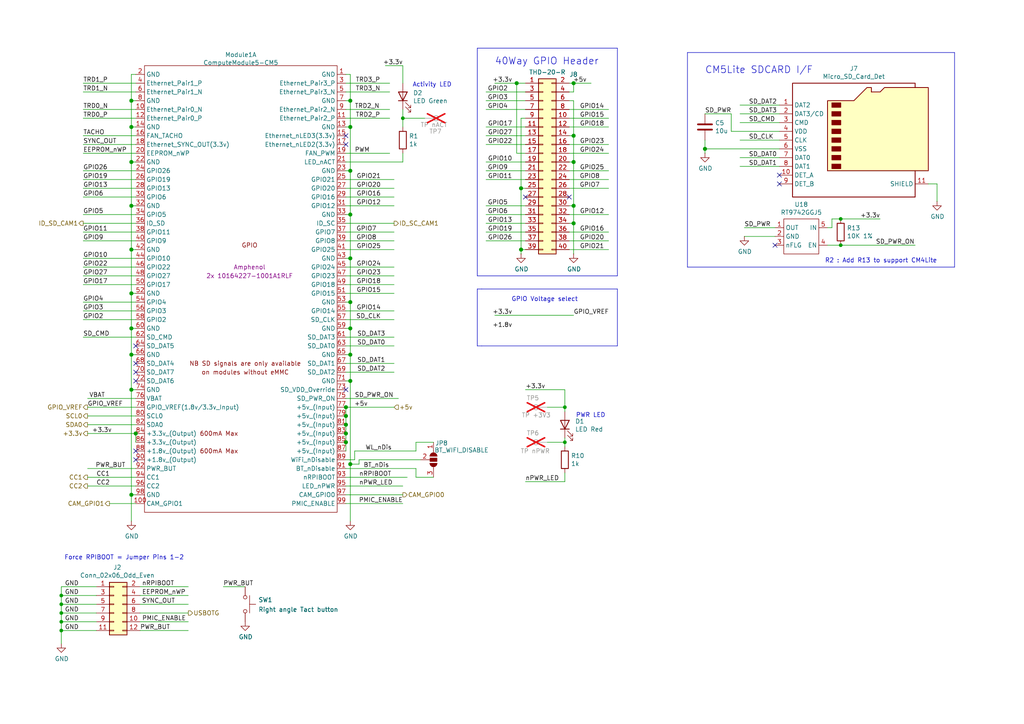
<source format=kicad_sch>
(kicad_sch (version 20250114) (generator "eeschema") (generator_version "9.0")
  (paper "A4")
  (title_block (title "Compute Module 5 IO Board - GPIO - Ethernet") (rev "1") (company "Copyright © 2024 Raspberry Pi Ltd.") (comment 1 "www.raspberrypi.com"))
  (text "40Way GPIO Header" (at 143.51 19.05 0) (effects (font (size 2.007 2.007)) (justify left bottom)))
  (text "Activity LED" (at 119.634 25.4 0) (effects (font (size 1.27 1.27)) (justify left bottom)))
  (text "R2 : Add R13 to support CM4Lite" (at 255.524 75.692 0) (effects (font (size 1.27 1.27))))
  (text "GPIO Voltage select\n" (at 167.64 87.63 0) (effects (font (size 1.27 1.27)) (justify right bottom)))
  (text "Force RPIBOOT = Jumper Pins 1-2 \n" (at 54.356 162.56 0) (effects (font (size 1.27 1.27)) (justify right bottom)))
  (text "PWR LED" (at 167.005 121.285 0) (effects (font (size 1.27 1.27)) (justify left bottom)))
  (text "CM5Lite SDCARD I/F" (at 204.47 21.59 0) (effects (font (size 2.007 2.007)) (justify left bottom)))
  (junction (at 101.6 36.83) (diameter 1.016))
  (junction (at 101.6 29.21) (diameter 1.016))
  (junction (at 101.6 102.87) (diameter 1.016))
  (junction (at 38.1 113.03) (diameter 1.016))
  (junction (at 38.1 46.99) (diameter 1.016))
  (junction (at 100.33 125.73) (diameter 1.016))
  (junction (at 151.13 54.61) (diameter 1.016))
  (junction (at 166.37 39.37) (diameter 1.016))
  (junction (at 17.78 175.26))
  (junction (at 38.1 72.39) (diameter 1.016))
  (junction (at 100.33 123.19) (diameter 1.016))
  (junction (at 38.1 143.51) (diameter 1.016))
  (junction (at 166.37 59.69) (diameter 1.016))
  (junction (at 38.1 59.69) (diameter 1.016))
  (junction (at 101.6 62.23) (diameter 1.016))
  (junction (at 38.1 95.25) (diameter 1.016))
  (junction (at 100.33 118.11) (diameter 1.016))
  (junction (at 101.6 95.25) (diameter 1.016))
  (junction (at 166.37 64.77) (diameter 1.016))
  (junction (at 204.47 43.18) (diameter 1.016))
  (junction (at 166.37 24.13) (diameter 1.016))
  (junction (at 243.84 71.12))
  (junction (at 101.6 87.63) (diameter 1.016))
  (junction (at 166.37 46.99) (diameter 1.016))
  (junction (at 38.1 85.09) (diameter 1.016))
  (junction (at 100.33 120.65) (diameter 1.016))
  (junction (at 163.83 128.27))
  (junction (at 38.1 36.83) (diameter 1.016))
  (junction (at 39.37 125.73) (diameter 1.016))
  (junction (at 17.78 172.72))
  (junction (at 38.1 102.87) (diameter 1.016))
  (junction (at 38.1 29.21) (diameter 1.016))
  (junction (at 17.78 177.8))
  (junction (at 100.33 128.27) (diameter 1.016))
  (junction (at 116.84 34.29))
  (junction (at 163.83 118.11))
  (junction (at 243.84 63.5))
  (junction (at 151.13 72.39) (diameter 1.016))
  (junction (at 101.6 110.49) (diameter 1.016))
  (junction (at 101.6 134.62) (diameter 1.016))
  (junction (at 101.6 49.53) (diameter 1.016))
  (junction (at 17.78 182.88))
  (junction (at 17.78 180.34))
  (junction (at 101.6 74.93) (diameter 1.016))
  (junction (at 149.86 24.13) (diameter 1.016))
  (no_connect (at 39.37 107.95))
  (no_connect (at 100.33 113.03))
  (no_connect (at 39.37 100.33))
  (no_connect (at 224.79 71.12))
  (no_connect (at 39.37 130.81))
  (no_connect (at 39.37 105.41))
  (no_connect (at 226.06 53.34))
  (no_connect (at 165.1 57.15))
  (no_connect (at 226.06 50.8))
  (no_connect (at 39.37 110.49))
  (no_connect (at 100.33 41.91))
  (no_connect (at 100.33 39.37))
  (no_connect (at 152.4 57.15))
  (no_connect (at 39.37 133.35))
  (wire (pts (xy 269.24 53.34) (xy 271.78 53.34)))
  (wire (pts (xy 101.6 110.49) (xy 101.6 134.62)))
  (polyline (pts (xy 138.43 13.97) (xy 138.43 80.01)) (stroke (width 0) (type solid)))
  (wire (pts (xy 40.64 175.26) (xy 54.61 175.26)))
  (polyline (pts (xy 138.43 80.01) (xy 179.07 80.01)) (stroke (width 0) (type solid)))
  (wire (pts (xy 100.33 135.89) (xy 120.65 135.89)))
  (wire (pts (xy 120.65 138.43) (xy 125.73 138.43)))
  (wire (pts (xy 100.33 102.87) (xy 101.6 102.87)))
  (wire (pts (xy 24.13 90.17) (xy 39.37 90.17)))
  (wire (pts (xy 165.1 52.07) (xy 176.53 52.07)))
  (wire (pts (xy 24.13 44.45) (xy 39.37 44.45)))
  (wire (pts (xy 100.33 95.25) (xy 101.6 95.25)))
  (wire (pts (xy 165.1 34.29) (xy 176.53 34.29)))
  (wire (pts (xy 101.6 102.87) (xy 101.6 110.49)))
  (wire (pts (xy 100.33 100.33) (xy 114.3 100.33)))
  (wire (pts (xy 39.37 128.27) (xy 39.37 125.73)))
  (wire (pts (xy 17.78 172.72) (xy 27.94 172.72)))
  (wire (pts (xy 100.33 118.11) (xy 114.3 118.11)))
  (wire (pts (xy 101.6 36.83) (xy 101.6 49.53)))
  (wire (pts (xy 40.64 172.72) (xy 54.61 172.72)))
  (polyline (pts (xy 179.07 83.82) (xy 179.07 100.33)) (stroke (width 0) (type solid)))
  (wire (pts (xy 24.13 92.71) (xy 39.37 92.71)))
  (wire (pts (xy 158.75 118.11) (xy 163.83 118.11)))
  (wire (pts (xy 116.84 36.83) (xy 116.84 34.29)))
  (wire (pts (xy 24.13 31.75) (xy 39.37 31.75)))
  (wire (pts (xy 24.13 77.47) (xy 39.37 77.47)))
  (wire (pts (xy 100.33 29.21) (xy 101.6 29.21)))
  (wire (pts (xy 214.63 35.56) (xy 226.06 35.56)))
  (wire (pts (xy 17.78 170.18) (xy 27.94 170.18)))
  (wire (pts (xy 241.3 66.04) (xy 240.03 66.04)))
  (wire (pts (xy 100.33 90.17) (xy 114.3 90.17)))
  (wire (pts (xy 24.13 82.55) (xy 39.37 82.55)))
  (wire (pts (xy 166.37 64.77) (xy 166.37 59.69)))
  (wire (pts (xy 163.83 118.11) (xy 163.83 119.38)))
  (wire (pts (xy 120.65 130.81) (xy 120.65 128.27)))
  (wire (pts (xy 24.13 80.01) (xy 39.37 80.01)))
  (wire (pts (xy 100.33 34.29) (xy 113.03 34.29)))
  (wire (pts (xy 39.37 36.83) (xy 38.1 36.83)))
  (wire (pts (xy 100.33 44.45) (xy 113.03 44.45)))
  (wire (pts (xy 100.33 31.75) (xy 113.03 31.75)))
  (wire (pts (xy 102.87 133.35) (xy 102.87 130.81)))
  (wire (pts (xy 24.13 67.31) (xy 39.37 67.31)))
  (wire (pts (xy 104.14 133.35) (xy 121.92 133.35)))
  (wire (pts (xy 100.33 87.63) (xy 101.6 87.63)))
  (wire (pts (xy 166.37 39.37) (xy 166.37 46.99)))
  (wire (pts (xy 24.13 39.37) (xy 39.37 39.37)))
  (wire (pts (xy 39.37 21.59) (xy 38.1 21.59)))
  (wire (pts (xy 101.6 21.59) (xy 101.6 29.21)))
  (wire (pts (xy 101.6 29.21) (xy 101.6 36.83)))
  (wire (pts (xy 38.1 143.51) (xy 38.1 151.13)))
  (wire (pts (xy 165.1 67.31) (xy 176.53 67.31)))
  (wire (pts (xy 100.33 57.15) (xy 114.3 57.15)))
  (wire (pts (xy 158.75 128.27) (xy 163.83 128.27)))
  (wire (pts (xy 100.33 143.51) (xy 116.84 143.51)))
  (wire (pts (xy 166.37 46.99) (xy 165.1 46.99)))
  (wire (pts (xy 100.33 107.95) (xy 114.3 107.95)))
  (wire (pts (xy 100.33 80.01) (xy 114.3 80.01)))
  (wire (pts (xy 151.13 72.39) (xy 151.13 73.66)))
  (wire (pts (xy 25.4 138.43) (xy 39.37 138.43)))
  (wire (pts (xy 101.6 95.25) (xy 101.6 102.87)))
  (wire (pts (xy 38.1 72.39) (xy 38.1 85.09)))
  (wire (pts (xy 204.47 43.18) (xy 226.06 43.18)))
  (wire (pts (xy 101.6 49.53) (xy 101.6 62.23)))
  (wire (pts (xy 24.13 74.93) (xy 39.37 74.93)))
  (wire (pts (xy 100.33 140.97) (xy 116.84 140.97)))
  (wire (pts (xy 165.1 36.83) (xy 176.53 36.83)))
  (wire (pts (xy 149.86 44.45) (xy 152.4 44.45)))
  (wire (pts (xy 39.37 29.21) (xy 38.1 29.21)))
  (wire (pts (xy 17.78 180.34) (xy 27.94 180.34)))
  (polyline (pts (xy 179.07 13.97) (xy 138.43 13.97)) (stroke (width 0) (type solid)))
  (wire (pts (xy 25.4 140.97) (xy 39.37 140.97)))
  (wire (pts (xy 25.4 135.89) (xy 39.37 135.89)))
  (wire (pts (xy 100.33 128.27) (xy 100.33 130.81)))
  (wire (pts (xy 40.64 170.18) (xy 54.61 170.18)))
  (wire (pts (xy 224.79 68.58) (xy 215.9 68.58)))
  (wire (pts (xy 140.97 49.53) (xy 152.4 49.53)))
  (wire (pts (xy 17.78 177.8) (xy 17.78 180.34)))
  (wire (pts (xy 100.33 115.57) (xy 115.57 115.57)))
  (wire (pts (xy 114.3 97.79) (xy 100.33 97.79)))
  (wire (pts (xy 24.13 26.67) (xy 39.37 26.67)))
  (wire (pts (xy 166.37 24.13) (xy 171.45 24.13)))
  (wire (pts (xy 24.13 49.53) (xy 39.37 49.53)))
  (wire (pts (xy 224.79 66.04) (xy 215.9 66.04)))
  (wire (pts (xy 140.97 59.69) (xy 152.4 59.69)))
  (wire (pts (xy 100.33 120.65) (xy 100.33 123.19)))
  (wire (pts (xy 163.83 113.03) (xy 163.83 118.11)))
  (wire (pts (xy 100.33 74.93) (xy 101.6 74.93)))
  (wire (pts (xy 140.97 67.31) (xy 152.4 67.31)))
  (wire (pts (xy 204.47 40.64) (xy 204.47 43.18)))
  (wire (pts (xy 165.1 41.91) (xy 176.53 41.91)))
  (polyline (pts (xy 139.7 83.82) (xy 179.07 83.82)) (stroke (width 0) (type solid)))
  (polyline (pts (xy 276.86 77.47) (xy 199.39 77.47)) (stroke (width 0) (type solid)))
  (wire (pts (xy 140.97 46.99) (xy 152.4 46.99)))
  (wire (pts (xy 100.33 138.43) (xy 118.11 138.43)))
  (wire (pts (xy 38.1 95.25) (xy 39.37 95.25)))
  (wire (pts (xy 212.09 38.1) (xy 212.09 33.02)))
  (wire (pts (xy 38.1 102.87) (xy 38.1 113.03)))
  (wire (pts (xy 38.1 85.09) (xy 38.1 95.25)))
  (wire (pts (xy 31.75 146.05) (xy 39.37 146.05)))
  (wire (pts (xy 116.84 19.05) (xy 116.84 24.13)))
  (wire (pts (xy 152.4 34.29) (xy 151.13 34.29)))
  (wire (pts (xy 17.78 175.26) (xy 27.94 175.26)))
  (wire (pts (xy 116.84 34.29) (xy 116.84 31.75)))
  (wire (pts (xy 241.3 63.5) (xy 241.3 66.04)))
  (wire (pts (xy 140.97 62.23) (xy 152.4 62.23)))
  (wire (pts (xy 165.1 72.39) (xy 176.53 72.39)))
  (wire (pts (xy 165.1 24.13) (xy 166.37 24.13)))
  (wire (pts (xy 104.14 134.62) (xy 104.14 133.35)))
  (wire (pts (xy 101.6 134.62) (xy 101.6 151.13)))
  (wire (pts (xy 271.78 53.34) (xy 271.78 58.42)))
  (wire (pts (xy 38.1 59.69) (xy 38.1 72.39)))
  (wire (pts (xy 17.78 177.8) (xy 27.94 177.8)))
  (wire (pts (xy 38.1 113.03) (xy 39.37 113.03)))
  (wire (pts (xy 38.1 72.39) (xy 39.37 72.39)))
  (wire (pts (xy 24.13 54.61) (xy 39.37 54.61)))
  (wire (pts (xy 100.33 52.07) (xy 114.3 52.07)))
  (wire (pts (xy 24.13 97.79) (xy 39.37 97.79)))
  (wire (pts (xy 24.13 24.13) (xy 39.37 24.13)))
  (polyline (pts (xy 276.86 15.24) (xy 276.86 77.47)) (stroke (width 0) (type solid)))
  (wire (pts (xy 100.33 62.23) (xy 101.6 62.23)))
  (wire (pts (xy 143.51 24.13) (xy 149.86 24.13)))
  (wire (pts (xy 100.33 24.13) (xy 113.03 24.13)))
  (wire (pts (xy 243.84 63.5) (xy 255.27 63.5)))
  (wire (pts (xy 100.33 36.83) (xy 101.6 36.83)))
  (wire (pts (xy 38.1 95.25) (xy 38.1 102.87)))
  (wire (pts (xy 163.83 137.16) (xy 163.83 139.7)))
  (wire (pts (xy 39.37 143.51) (xy 38.1 143.51)))
  (wire (pts (xy 24.13 57.15) (xy 39.37 57.15)))
  (wire (pts (xy 166.37 64.77) (xy 166.37 73.66)))
  (wire (pts (xy 214.63 45.72) (xy 226.06 45.72)))
  (wire (pts (xy 25.4 123.19) (xy 39.37 123.19)))
  (wire (pts (xy 38.1 113.03) (xy 38.1 143.51)))
  (wire (pts (xy 163.83 127) (xy 163.83 128.27)))
  (wire (pts (xy 102.87 130.81) (xy 120.65 130.81)))
  (wire (pts (xy 100.33 146.05) (xy 116.84 146.05)))
  (wire (pts (xy 214.63 30.48) (xy 226.06 30.48)))
  (wire (pts (xy 100.33 64.77) (xy 114.3 64.77)))
  (wire (pts (xy 140.97 36.83) (xy 152.4 36.83)))
  (wire (pts (xy 241.3 63.5) (xy 243.84 63.5)))
  (wire (pts (xy 101.6 87.63) (xy 101.6 95.25)))
  (wire (pts (xy 100.33 54.61) (xy 114.3 54.61)))
  (wire (pts (xy 116.84 46.99) (xy 116.84 44.45)))
  (wire (pts (xy 100.33 133.35) (xy 102.87 133.35)))
  (wire (pts (xy 100.33 69.85) (xy 114.3 69.85)))
  (wire (pts (xy 114.3 105.41) (xy 100.33 105.41)))
  (wire (pts (xy 25.4 118.11) (xy 39.37 118.11)))
  (wire (pts (xy 140.97 29.21) (xy 152.4 29.21)))
  (wire (pts (xy 17.78 180.34) (xy 17.78 182.88)))
  (wire (pts (xy 100.33 85.09) (xy 114.3 85.09)))
  (polyline (pts (xy 199.39 77.47) (xy 199.39 15.24)) (stroke (width 0) (type solid)))
  (wire (pts (xy 143.51 91.44) (xy 166.37 91.44)))
  (wire (pts (xy 140.97 26.67) (xy 152.4 26.67)))
  (wire (pts (xy 166.37 59.69) (xy 166.37 46.99)))
  (wire (pts (xy 24.13 34.29) (xy 39.37 34.29)))
  (wire (pts (xy 25.4 115.57) (xy 39.37 115.57)))
  (wire (pts (xy 165.1 31.75) (xy 176.53 31.75)))
  (wire (pts (xy 165.1 62.23) (xy 176.53 62.23)))
  (wire (pts (xy 25.4 125.73) (xy 39.37 125.73)))
  (wire (pts (xy 165.1 59.69) (xy 166.37 59.69)))
  (wire (pts (xy 100.33 59.69) (xy 114.3 59.69)))
  (wire (pts (xy 166.37 39.37) (xy 165.1 39.37)))
  (polyline (pts (xy 199.39 15.24) (xy 276.86 15.24)) (stroke (width 0) (type solid)))
  (wire (pts (xy 151.13 34.29) (xy 151.13 54.61)))
  (wire (pts (xy 114.3 92.71) (xy 100.33 92.71)))
  (wire (pts (xy 100.33 67.31) (xy 114.3 67.31)))
  (wire (pts (xy 140.97 31.75) (xy 152.4 31.75)))
  (wire (pts (xy 140.97 39.37) (xy 152.4 39.37)))
  (polyline (pts (xy 179.07 13.97) (xy 179.07 80.01)) (stroke (width 0) (type solid)))
  (wire (pts (xy 40.64 180.34) (xy 54.61 180.34)))
  (wire (pts (xy 149.86 24.13) (xy 149.86 44.45)))
  (wire (pts (xy 17.78 182.88) (xy 27.94 182.88)))
  (wire (pts (xy 166.37 29.21) (xy 166.37 39.37)))
  (wire (pts (xy 24.13 64.77) (xy 39.37 64.77)))
  (wire (pts (xy 165.1 26.67) (xy 166.37 26.67)))
  (wire (pts (xy 25.4 120.65) (xy 39.37 120.65)))
  (wire (pts (xy 38.1 36.83) (xy 38.1 46.99)))
  (wire (pts (xy 100.33 46.99) (xy 116.84 46.99)))
  (wire (pts (xy 151.13 72.39) (xy 152.4 72.39)))
  (wire (pts (xy 24.13 52.07) (xy 39.37 52.07)))
  (wire (pts (xy 151.13 54.61) (xy 152.4 54.61)))
  (polyline (pts (xy 138.43 100.33) (xy 138.43 83.82)) (stroke (width 0) (type solid)))
  (wire (pts (xy 40.64 182.88) (xy 54.61 182.88)))
  (wire (pts (xy 140.97 69.85) (xy 152.4 69.85)))
  (wire (pts (xy 152.4 113.03) (xy 163.83 113.03)))
  (wire (pts (xy 17.78 182.88) (xy 17.78 186.69)))
  (wire (pts (xy 100.33 72.39) (xy 114.3 72.39)))
  (wire (pts (xy 38.1 29.21) (xy 38.1 36.83)))
  (wire (pts (xy 100.33 21.59) (xy 101.6 21.59)))
  (wire (pts (xy 165.1 49.53) (xy 176.53 49.53)))
  (wire (pts (xy 100.33 110.49) (xy 101.6 110.49)))
  (wire (pts (xy 120.65 135.89) (xy 120.65 138.43)))
  (wire (pts (xy 24.13 69.85) (xy 39.37 69.85)))
  (wire (pts (xy 24.13 87.63) (xy 39.37 87.63)))
  (wire (pts (xy 100.33 118.11) (xy 100.33 120.65)))
  (wire (pts (xy 17.78 170.18) (xy 17.78 172.72)))
  (wire (pts (xy 111.76 19.05) (xy 116.84 19.05)))
  (wire (pts (xy 204.47 43.18) (xy 204.47 44.45)))
  (wire (pts (xy 40.64 177.8) (xy 54.61 177.8)))
  (wire (pts (xy 100.33 49.53) (xy 101.6 49.53)))
  (wire (pts (xy 151.13 54.61) (xy 151.13 72.39)))
  (wire (pts (xy 100.33 26.67) (xy 113.03 26.67)))
  (wire (pts (xy 226.06 38.1) (xy 212.09 38.1)))
  (wire (pts (xy 165.1 44.45) (xy 176.53 44.45)))
  (wire (pts (xy 243.84 71.12) (xy 265.43 71.12)))
  (wire (pts (xy 24.13 62.23) (xy 39.37 62.23)))
  (wire (pts (xy 24.13 41.91) (xy 39.37 41.91)))
  (wire (pts (xy 240.03 71.12) (xy 243.84 71.12)))
  (wire (pts (xy 17.78 172.72) (xy 17.78 175.26)))
  (wire (pts (xy 120.65 128.27) (xy 125.73 128.27)))
  (wire (pts (xy 101.6 74.93) (xy 101.6 87.63)))
  (polyline (pts (xy 139.7 83.82) (xy 138.43 83.82)) (stroke (width 0) (type solid)))
  (wire (pts (xy 152.4 139.7) (xy 163.83 139.7)))
  (wire (pts (xy 100.33 123.19) (xy 100.33 125.73)))
  (wire (pts (xy 226.06 33.02) (xy 214.63 33.02)))
  (wire (pts (xy 140.97 64.77) (xy 152.4 64.77)))
  (wire (pts (xy 38.1 46.99) (xy 39.37 46.99)))
  (wire (pts (xy 140.97 52.07) (xy 152.4 52.07)))
  (wire (pts (xy 64.77 170.18) (xy 71.12 170.18)))
  (wire (pts (xy 140.97 41.91) (xy 152.4 41.91)))
  (wire (pts (xy 38.1 21.59) (xy 38.1 29.21)))
  (wire (pts (xy 38.1 85.09) (xy 39.37 85.09)))
  (wire (pts (xy 165.1 64.77) (xy 166.37 64.77)))
  (wire (pts (xy 100.33 125.73) (xy 100.33 128.27)))
  (wire (pts (xy 100.33 77.47) (xy 114.3 77.47)))
  (wire (pts (xy 38.1 102.87) (xy 39.37 102.87)))
  (wire (pts (xy 38.1 59.69) (xy 39.37 59.69)))
  (polyline (pts (xy 179.07 100.33) (xy 139.7 100.33)) (stroke (width 0) (type solid)))
  (wire (pts (xy 152.4 24.13) (xy 149.86 24.13)))
  (wire (pts (xy 165.1 69.85) (xy 176.53 69.85)))
  (wire (pts (xy 163.83 128.27) (xy 163.83 129.54)))
  (wire (pts (xy 204.47 33.02) (xy 212.09 33.02)))
  (wire (pts (xy 226.06 40.64) (xy 214.63 40.64)))
  (wire (pts (xy 166.37 26.67) (xy 166.37 24.13)))
  (wire (pts (xy 226.06 48.26) (xy 214.63 48.26)))
  (wire (pts (xy 100.33 82.55) (xy 114.3 82.55)))
  (wire (pts (xy 116.84 34.29) (xy 123.19 34.29)))
  (wire (pts (xy 101.6 62.23) (xy 101.6 74.93)))
  (wire (pts (xy 38.1 46.99) (xy 38.1 59.69)))
  (wire (pts (xy 17.78 175.26) (xy 17.78 177.8)))
  (wire (pts (xy 101.6 134.62) (xy 104.14 134.62)))
  (wire (pts (xy 165.1 54.61) (xy 176.53 54.61)))
  (wire (pts (xy 165.1 29.21) (xy 166.37 29.21)))
  (polyline (pts (xy 138.43 100.33) (xy 139.7 100.33)) (stroke (width 0) (type solid)))
  (label "+1.8v" (at 148.59 95.25 180))
  (label "GPIO24" (at 175.26 44.45 180))
  (label "SD_DAT2" (at 111.76 107.95 180))
  (label "+5v" (at 170.18 24.13 180))
  (label "GPIO5" (at 24.13 62.23 0))
  (label "TRD3_N" (at 103.124 26.67 0))
  (label "GPIO2" (at 24.13 92.71 0))
  (label "GPIO9" (at 24.13 69.85 0))
  (label "SD_DAT1" (at 111.76 105.41 180))
  (label "+3.3v" (at 148.59 24.13 180))
  (label "GPIO10" (at 24.13 74.93 0))
  (label "TRD3_P" (at 103.124 24.13 0))
  (label "GPIO6" (at 24.13 57.15 0))
  (label "GPIO8" (at 173.99 52.07 180))
  (label "GPIO20" (at 110.49 54.61 180))
  (label "SD_DAT2" (at 217.17 30.48 0))
  (label "GPIO25" (at 110.49 72.39 180))
  (label "GPIO2" (at 147.32 26.67 180))
  (label "SD_DAT0" (at 111.76 100.33 180))
  (label "GPIO26" (at 148.59 69.85 180))
  (label "GPIO15" (at 110.49 85.09 180))
  (label "GPIO13" (at 24.13 54.61 0))
  (label "GPIO7" (at 109.22 67.31 180))
  (label "GPIO14" (at 110.49 90.17 180))
  (label "BT_nDis" (at 112.8776 135.89 180))
  (label "SD_PWR_ON" (at 254 71.12 0))
  (label "GPIO7" (at 173.99 54.61 180))
  (label "SD_PWR_ON" (at 102.87 115.57 0))
  (label "PWM" (at 102.87 44.45 0))
  (label "GPIO4" (at 24.13 87.63 0))
  (label "GPIO10" (at 148.59 46.99 180))
  (label "TRD1_P" (at 24.13 24.13 0))
  (label "CC1" (at 27.94 138.43 0))
  (label "WL_nDis" (at 113.665 130.81 180))
  (label "PMIC_ENABLE" (at 53.975 180.34 180))
  (label "GPIO6" (at 147.32 62.23 180))
  (label "+3.3v" (at 255.27 63.5 180))
  (label "GPIO17" (at 148.59 36.83 180))
  (label "+3.3v" (at 116.84 19.05 180))
  (label "GPIO19" (at 148.59 67.31 180))
  (label "GND" (at 22.86 182.88 180))
  (label "SD_DAT3" (at 111.76 97.79 180))
  (label "GPIO27" (at 24.13 80.01 0))
  (label "EEPROM_nWP" (at 24.13 44.45 0))
  (label "GPIO_VREF" (at 25.4 118.11 0))
  (label "SD_PWR" (at 204.47 33.02 0))
  (label "GPIO9" (at 147.32 49.53 180))
  (label "GPIO20" (at 175.26 69.85 180))
  (label "SD_DAT0" (at 217.17 45.72 0))
  (label "GPIO21" (at 110.49 52.07 180))
  (label "GPIO23" (at 110.49 80.01 180))
  (label "GPIO16" (at 175.26 67.31 180))
  (label "TRD0_N" (at 24.13 31.75 0))
  (label "GPIO22" (at 148.59 41.91 180))
  (label "SYNC_OUT" (at 50.8 175.26 180))
  (label "PWR_BUT" (at 64.77 170.18 0))
  (label "GPIO18" (at 175.26 36.83 180))
  (label "SD_DAT3" (at 217.17 33.02 0))
  (label "SD_CLK" (at 110.49 92.71 180))
  (label "GND" (at 22.86 170.18 180))
  (label "GPIO16" (at 110.49 57.15 180))
  (label "GPIO12" (at 110.49 59.69 180))
  (label "GPIO23" (at 175.26 41.91 180))
  (label "+3.3v" (at 26.67 125.73 0))
  (label "SD_CMD" (at 217.17 35.56 0))
  (label "GPIO8" (at 109.22 69.85 180))
  (label "GPIO17" (at 24.13 82.55 0))
  (label "SYNC_OUT" (at 24.13 41.91 0))
  (label "nPWR_LED" (at 152.4 139.7 0))
  (label "SD_PWR" (at 215.9 66.04 0))
  (label "SD_DAT1" (at 217.17 48.26 0))
  (label "GPIO18" (at 110.49 82.55 180))
  (label "TRD2_N" (at 102.87 31.75 0))
  (label "GPIO15" (at 175.26 34.29 180))
  (label "GPIO5" (at 147.32 59.69 180))
  (label "nPWR_LED" (at 104.14 140.97 0))
  (label "GPIO3" (at 147.32 29.21 180))
  (label "TRD0_P" (at 24.13 34.29 0))
  (label "nRPIBOOT" (at 50.546 170.18 180))
  (label "+3.3v" (at 148.59 91.44 180))
  (label "GND" (at 22.86 177.8 180))
  (label "GPIO_VREF" (at 166.37 91.44 0))
  (label "GPIO26" (at 24.13 49.53 0))
  (label "PWR_BUT" (at 27.686 135.89 0))
  (label "GPIO12" (at 175.26 62.23 180))
  (label "nRPIBOOT" (at 104.14 138.43 0))
  (label "EEPROM_nWP" (at 53.848 172.72 180))
  (label "GPIO11" (at 24.13 67.31 0))
  (label "TRD1_N" (at 24.13 26.67 0))
  (label "GPIO24" (at 110.49 77.47 180))
  (label "GND" (at 22.86 175.26 180))
  (label "GPIO27" (at 148.59 39.37 180))
  (label "VBAT" (at 30.48 115.57 180))
  (label "GPIO21" (at 175.26 72.39 180))
  (label "CC2" (at 27.94 140.97 0))
  (label "GPIO14" (at 175.26 31.75 180))
  (label "TACHO" (at 24.13 39.37 0))
  (label "GPIO25" (at 175.26 49.53 180))
  (label "+5v" (at 106.68 118.11 180))
  (label "SD_CMD" (at 24.13 97.79 0))
  (label "PWR_BUT" (at 40.64 182.88 0))
  (label "PMIC_ENABLE" (at 116.84 146.05 180))
  (label "+3.3v" (at 152.4 113.03 0))
  (label "GPIO13" (at 148.59 64.77 180))
  (label "TRD2_P" (at 103.124 34.29 0))
  (label "GND" (at 22.86 172.72 180))
  (label "GPIO19" (at 24.13 52.07 0))
  (label "GPIO11" (at 148.59 52.07 180))
  (label "SD_CLK" (at 217.17 40.64 0))
  (label "GND" (at 22.86 180.34 180))
  (label "GPIO4" (at 147.32 31.75 180))
  (label "GPIO22" (at 24.13 77.47 0))
  (label "GPIO3" (at 24.13 90.17 0))
  (hierarchical_label "CC1" (shape output) (at 25.4 138.43 180))
  (hierarchical_label "SDA0" (shape output) (at 25.4 123.19 180))
  (hierarchical_label "CAM_GPIO1" (shape output) (at 31.75 146.05 180))
  (hierarchical_label "CC2" (shape output) (at 25.4 140.97 180))
  (hierarchical_label "+3.3v" (shape output) (at 25.4 125.73 180))
  (hierarchical_label "GPIO_VREF" (shape output) (at 25.4 118.11 180))
  (hierarchical_label "SCL0" (shape output) (at 25.4 120.65 180))
  (hierarchical_label "ID_SC_CAM1" (shape output) (at 114.3 64.77 0))
  (hierarchical_label "CAM_GPIO0" (shape output) (at 116.84 143.51 0))
  (hierarchical_label "ID_SD_CAM1" (shape output) (at 24.13 64.77 180))
  (hierarchical_label "+5v" (shape input) (at 114.3 118.11 0))
  (hierarchical_label "USBOTG" (shape output) (at 54.61 177.8 0))
  (symbol (lib_id "CM5IO:RT9742GGJ5") (at 233.68 76.2 0) (unit 1)
    (property "Reference" "U18" (at 232.41 59.309 0))
    (property "Value" "RT9742GGJ5" (at 232.41 61.6204 0))
    (property "Footprint" "Package_TO_SOT_SMD:SOT-23-5" (effects (hide yes)))
    (property "Datasheet" "https://www.richtek.com/assets/product_file/RT9742/DS9742-00.pdf" (effects (hide yes)))
    (property "Field4" "Farnell" (effects (hide yes)))
    (property "Field5" "	2545875" (effects (hide yes)))
    (property "Field6" "RT9742GGJ5" (effects (hide yes)))
    (property "Field7" "RichTek" (effects (hide yes)))
    (property "Field8" "USWI00166" (effects (hide yes)))
    (property "Part Description" "	Power Switch/Driver 1:1 N-Channel 1A TSOT-23-5" (effects (hide yes)))
  )
  (symbol (lib_id "power:GND") (at 215.9 68.58 0) (unit 1)
    (property "Reference" "#PWR0113" (effects (hide yes)))
    (property "Value" "GND" (at 216.027 72.9742 0))
    (property "Description" "Power symbol creates a global label with name \"GND\" , ground" (effects (hide yes)))
  )
  (symbol (lib_id "CM5IO:ComputeModule5-CM5") (at 72.39 77.47 0) (unit 1)
    (property "Reference" "Module1" (at 69.85 15.875 0))
    (property "Value" "ComputeModule5-CM5" (at 69.85 18.1864 0))
    (property "Footprint" "CM5IO:Raspberry-Pi-5-Compute-Module" (effects (hide yes)))
    (property "Description" "RaspberryPi Compute module 5" (effects (hide yes)))
    (property "Field4" "Amphenol" (at 72.39 77.47 0))
    (property "Field5" "2x 10164227-1001A1RLF" (at 72.39 80.01 0))
    (property "Field6" "2x 10164227-1001A1RLF" (effects (hide yes)))
    (property "Field7" "Hirose" (effects (hide yes)))
    (property "Part Description" "	100 Position Connector Receptacle, Center Strip Contacts Surface Mount Gold" (effects (hide yes)))
  )
  (symbol (lib_id "Connector_Generic:Conn_02x20_Odd_Even") (at 157.48 46.99 0) (unit 1)
    (property "Reference" "J8" (at 166.37 21.59 0))
    (property "Value" "THD-20-R" (at 158.75 20.9296 0))
    (property "Footprint" "Connector_PinHeader_2.54mm:PinHeader_2x20_P2.54mm_Vertical" (effects (hide yes)))
    (property "Datasheet" "https://www.toby.co.uk/uploads/publications/1673.pdf" (effects (hide yes)))
    (property "Field4" "Toby" (effects (hide yes)))
    (property "Field5" "THD-20-R" (effects (hide yes)))
    (property "Field6" "THD-20-R" (effects (hide yes)))
    (property "Field7" "Toby" (effects (hide yes)))
    (property "Field8" "UCON00511" (effects (hide yes)))
    (property "Part Description" "PinHeader_2x20_P2.54mm_Vertical" (effects (hide yes)))
  )
  (symbol (lib_id "Device:C") (at 204.47 36.83 0) (unit 1)
    (property "Reference" "C5" (at 207.391 35.6616 0) (effects (justify left)))
    (property "Value" "10u" (at 207.391 37.973 0) (effects (justify left)))
    (property "Footprint" "Capacitor_SMD:C_0805_2012Metric" (effects (hide yes)))
    (property "Datasheet" "https://search.murata.co.jp/Ceramy/image/img/A01X/G101/ENG/GRM21BR71A106KA73-01.pdf" (effects (hide yes)))
    (property "Field5" "490-14381-1-ND" (effects (hide yes)))
    (property "Field4" "Digikey" (effects (hide yes)))
    (property "Field6" "GRM21BR71A106KA73L" (effects (hide yes)))
    (property "Field7" "Murata" (effects (hide yes)))
    (property "Part Description" "	10uF 10% 10V Ceramic Capacitor X7R 0805 (2012 Metric)" (effects (hide yes)))
    (property "Field8" "111893011" (effects (hide yes)))
  )
  (symbol (lib_id "power:GND") (at 166.37 73.66 0) (unit 1)
    (property "Reference" "#PWR0102" (effects (hide yes)))
    (property "Value" "GND" (at 166.497 78.0542 0))
    (property "Description" "Power symbol creates a global label with name \"GND\" , ground" (effects (hide yes)))
  )
  (symbol (lib_id "power:GND") (at 151.13 73.66 0) (unit 1)
    (property "Reference" "#PWR0103" (effects (hide yes)))
    (property "Value" "GND" (at 151.257 78.0542 0))
    (property "Description" "Power symbol creates a global label with name \"GND\" , ground" (effects (hide yes)))
  )
  (symbol (lib_id "power:GND") (at 38.1 151.13 0) (unit 1)
    (property "Reference" "#PWR0104" (effects (hide yes)))
    (property "Value" "GND" (at 38.227 155.5242 0))
    (property "Description" "Power symbol creates a global label with name \"GND\" , ground" (effects (hide yes)))
  )
  (symbol (lib_id "power:GND") (at 101.6 151.13 0) (unit 1)
    (property "Reference" "#PWR0105" (effects (hide yes)))
    (property "Value" "GND" (at 101.727 155.5242 0))
    (property "Description" "Power symbol creates a global label with name \"GND\" , ground" (effects (hide yes)))
  )
  (symbol (lib_id "Device:LED") (at 116.84 27.94 90) (unit 1)
    (property "Reference" "D2" (at 119.8118 26.9494 90) (effects (justify right)))
    (property "Value" "LED Green" (at 119.8118 29.2608 90) (effects (justify right)))
    (property "Footprint" "LED_SMD:LED_0603_1608Metric" (effects (hide yes)))
    (property "Datasheet" "http://optoelectronics.liteon.com/upload/download/DS22-2000-226/LTST-S270KGKT.pdf" (effects (hide yes)))
    (property "Field4" "Digikey " (effects (hide yes)))
    (property "Field5" "LTST-S270KGKT" (effects (hide yes)))
    (property "Field6" "SML-A12M8TT86N" (effects (hide yes)))
    (property "Field7" "Rohm" (effects (hide yes)))
    (property "Field8" "650263301" (effects (hide yes)))
    (property "Part Description" "	Green 572nm LED Indication - Discrete 2.2V 2-SMD, No Lead" (effects (hide yes)))
  )
  (symbol (lib_id "Device:R") (at 116.84 40.64 0) (unit 1)
    (property "Reference" "R1" (at 118.618 39.4716 0) (effects (justify left)))
    (property "Value" "1k" (at 118.618 41.783 0) (effects (justify left)))
    (property "Footprint" "Resistor_SMD:R_0402_1005Metric" (effects (hide yes)))
    (property "Datasheet" "https://fscdn.rohm.com/en/products/databook/datasheet/passive/resistor/chip_resistor/mcr-e.pdf" (effects (hide yes)))
    (property "Field4" "Farnell" (effects (hide yes)))
    (property "Field5" "9239235" (effects (hide yes)))
    (property "Field7" "KOA EUROPE GMBH" (effects (hide yes)))
    (property "Field6" "RK73H1ETTP1001F" (effects (hide yes)))
    (property "Part Description" "Resistor 1K M1005 1% 63mW" (effects (hide yes)))
    (property "Field8" "125049511" (effects (hide yes)))
  )
  (symbol (lib_name "LED_1") (lib_id "Device:LED") (at 163.83 123.19 90) (unit 1)
    (property "Reference" "D1" (at 166.8018 122.1994 90) (effects (justify right)))
    (property "Value" "LED Red" (at 166.8018 124.5108 90) (effects (justify right)))
    (property "Footprint" "LED_SMD:LED_0603_1608Metric" (effects (hide yes)))
    (property "Datasheet" "http://optoelectronics.liteon.com/upload/download/DS22-2000-210/LTST-S270KRKT.pdf" (effects (hide yes)))
    (property "Field4" "Digikey " (effects (hide yes)))
    (property "Field5" "	LTST-S270KRKT" (effects (hide yes)))
    (property "Field6" "SML-A12U8TT86Q" (effects (hide yes)))
    (property "Field7" "Rohm" (effects (hide yes)))
    (property "Field8" "650295101" (effects (hide yes)))
    (property "Part Description" "	Red 620nm LED Indication - Discrete 2.2V 2-SMD, No Lead" (effects (hide yes)))
  )
  (symbol (lib_id "Device:R") (at 163.83 133.35 0) (unit 1)
    (property "Reference" "R10" (at 165.608 132.1816 0) (effects (justify left)))
    (property "Value" "1k" (at 165.608 134.493 0) (effects (justify left)))
    (property "Footprint" "Resistor_SMD:R_0402_1005Metric" (effects (hide yes)))
    (property "Datasheet" "https://fscdn.rohm.com/en/products/databook/datasheet/passive/resistor/chip_resistor/mcr-e.pdf" (effects (hide yes)))
    (property "Field4" "Farnell" (effects (hide yes)))
    (property "Field5" "9239235" (effects (hide yes)))
    (property "Field7" "KOA EUROPE GMBH" (effects (hide yes)))
    (property "Field6" "RK73H1ETTP1001F" (effects (hide yes)))
    (property "Part Description" "Resistor 1K M1005 1% 63mW" (effects (hide yes)))
    (property "Field8" "125049511" (effects (hide yes)))
  )
  (symbol (lib_id "Connector:TestPoint") (at 158.75 128.27 90) (unit 1) (in_bom no) (dnp yes)
    (property "Reference" "TP6" (at 156.3878 125.603 90) (effects (justify left)))
    (property "Value" "TP nPWR" (at 159.512 130.81 90) (effects (justify left)))
    (property "Footprint" "TestPoint:TestPoint_Pad_2.0x2.0mm" (effects (hide yes)))
    (property "Field4" "nf" (effects (hide yes)))
    (property "Field5" "nf" (effects (hide yes)))
    (property "Field6" "nf" (effects (hide yes)))
    (property "Field7" "nf" (effects (hide yes)))
    (property "Part Description" "Test point" (effects (hide yes)))
  )
  (symbol (lib_id "Connector:Micro_SD_Card_Det2") (at 248.92 40.64 0) (unit 1)
    (property "Reference" "J7" (at 247.65 19.8882 0))
    (property "Value" "Micro_SD_Card_Det" (at 247.65 22.1996 0))
    (property "Footprint" "CM5IO:SDCARD_MOLEX_503398-1892" (effects (hide yes)))
    (property "Datasheet" "https://www.hirose.com/product/en/download_file/key_name/DM3/category/Catalog/doc_file_id/49662/?file_category_id=4&item_id=195&is_series=1" (effects (hide yes)))
    (property "Field4" "Farnell" (effects (hide yes)))
    (property "Field5" "2358234" (effects (hide yes)))
    (property "Field6" "503398-1892" (effects (hide yes)))
    (property "Field7" "Molex" (effects (hide yes)))
    (property "Part Description" "9 (8 + 1) Position Card Connector microSD™ Surface Mount, Right Angle Gold" (effects (hide yes)))
    (property "Field8" "UCON00512" (effects (hide yes)))
  )
  (symbol (lib_id "power:GND") (at 204.47 44.45 0) (unit 1)
    (property "Reference" "#PWR0107" (effects (hide yes)))
    (property "Value" "GND" (at 204.597 48.8442 0))
    (property "Description" "Power symbol creates a global label with name \"GND\" , ground" (effects (hide yes)))
  )
  (symbol (lib_id "power:GND") (at 271.78 58.42 0) (unit 1)
    (property "Reference" "#PWR0108" (effects (hide yes)))
    (property "Value" "GND" (at 271.907 62.8142 0))
    (property "Description" "Power symbol creates a global label with name \"GND\" , ground" (effects (hide yes)))
  )
  (symbol (lib_id "Connector_Generic:Conn_02x06_Odd_Even") (at 33.02 175.26 0) (unit 1)
    (property "Reference" "J2" (at 34.036 164.5666 0))
    (property "Value" "Conn_02x06_Odd_Even" (at 34.036 166.878 0))
    (property "Footprint" "Connector_PinHeader_2.00mm:PinHeader_2x06_P2.00mm_Vertical" (effects (hide yes)))
    (property "Description" "Generic connector, double row, 02x06, odd/even pin numbering scheme (row 1 odd numbers, row 2 even numbers), script generated (kicad-library-utils/schlib/autogen/connector/)" (effects (hide yes)))
    (property "Part Description" "PinHeader_2x06_P2.54mm_Vertical" (effects (hide yes)))
  )
  (symbol (lib_id "power:GND") (at 17.78 186.69 0) (unit 1)
    (property "Reference" "#PWR029" (effects (hide yes)))
    (property "Value" "GND" (at 17.907 191.0842 0))
    (property "Description" "Power symbol creates a global label with name \"GND\" , ground" (effects (hide yes)))
  )
  (symbol (lib_id "Switch:SW_Push") (at 71.12 175.26 270) (unit 1)
    (property "Reference" "SW1" (at 74.93 173.9899 90) (effects (justify left)))
    (property "Value" "Right angle Tact button" (at 74.93 176.784 90) (effects (justify left)))
    (property "Footprint" "Button_Switch_SMD:SW_Push_1P1T_NO_CK_KMR2" (effects (hide yes)))
    (property "Description" "Push button switch, generic, two pins" (effects (hide yes)))
  )
  (symbol (lib_id "Jumper:SolderJumper_3_Open") (at 125.73 133.35 270) (unit 1) (in_bom no)
    (property "Reference" "JP8" (at 126.238 128.524 90) (effects (justify left)))
    (property "Value" "BT_WIFI_DISABLE" (at 125.984 130.556 90) (effects (justify left)))
    (property "Footprint" "Jumper:SolderJumper-3_P2.0mm_Open_TrianglePad1.0x1.5mm" (effects (hide yes)))
    (property "Description" "Solder Jumper, 3-pole, open" (effects (hide yes)))
  )
  (symbol (lib_id "Device:R") (at 243.84 67.31 0) (unit 1)
    (property "Reference" "R13" (at 245.618 66.1416 0) (effects (justify left)))
    (property "Value" "10K 1%" (at 245.618 68.453 0) (effects (justify left)))
    (property "Footprint" "Resistor_SMD:R_0402_1005Metric" (effects (hide yes)))
    (property "Datasheet" "https://fscdn.rohm.com/en/products/databook/datasheet/passive/resistor/chip_resistor/mcr-e.pdf" (effects (hide yes)))
    (property "Field4" "Farnell" (effects (hide yes)))
    (property "Field7" "Rohm" (effects (hide yes)))
    (property "Field6" "MCR01MZPF1002" (effects (hide yes)))
    (property "Part Description" "Resistor 10K M1005 1% 63mW" (effects (hide yes)))
  )
  (symbol (lib_id "Connector:TestPoint") (at 123.19 34.29 270) (unit 1) (in_bom no) (dnp yes)
    (property "Reference" "TP7" (at 124.46 38.1 90) (effects (justify left)))
    (property "Value" "TP nACT" (at 121.92 36.195 90) (effects (justify left)))
    (property "Footprint" "TestPoint:TestPoint_Pad_2.0x2.0mm" (effects (hide yes)))
    (property "Field4" "nf" (effects (hide yes)))
    (property "Field5" "nf" (effects (hide yes)))
    (property "Field6" "nf" (effects (hide yes)))
    (property "Field7" "nf" (effects (hide yes)))
    (property "Part Description" "Test point" (effects (hide yes)))
  )
  (symbol (lib_id "Connector:TestPoint") (at 158.75 118.11 90) (unit 1) (in_bom no) (dnp yes)
    (property "Reference" "TP5" (at 156.3878 115.443 90) (effects (justify left)))
    (property "Value" "TP +3V3" (at 159.766 120.396 90) (effects (justify left)))
    (property "Footprint" "TestPoint:TestPoint_Pad_2.0x2.0mm" (effects (hide yes)))
    (property "Field4" "nf" (effects (hide yes)))
    (property "Field5" "nf" (effects (hide yes)))
    (property "Field6" "nf" (effects (hide yes)))
    (property "Field7" "nf" (effects (hide yes)))
    (property "Part Description" "Test point" (effects (hide yes)))
  )
  (symbol (lib_id "power:GND") (at 71.12 180.34 0) (unit 1)
    (property "Reference" "#PWR030" (effects (hide yes)))
    (property "Value" "GND" (at 71.247 184.7342 0))
    (property "Description" "Power symbol creates a global label with name \"GND\" , ground" (effects (hide yes)))
  )
)
</source>
